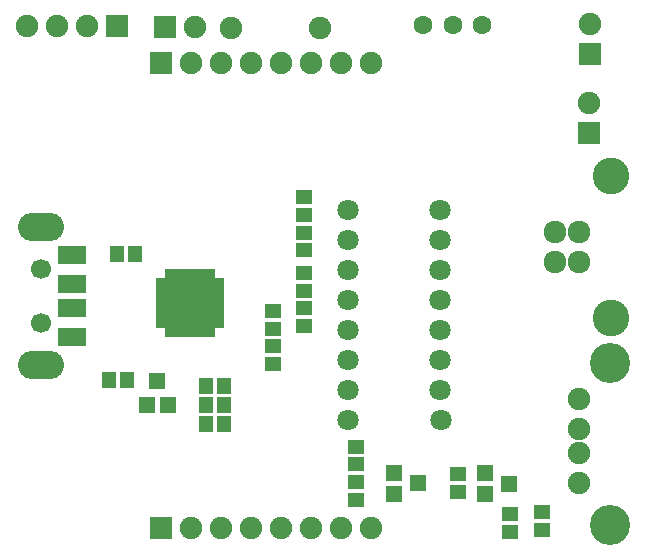
<source format=gbr>
G04 #@! TF.FileFunction,Soldermask,Top*
%FSLAX46Y46*%
G04 Gerber Fmt 4.6, Leading zero omitted, Abs format (unit mm)*
G04 Created by KiCad (PCBNEW 4.0.2-stable) date 29/05/2019 20:06:32*
%MOMM*%
G01*
G04 APERTURE LIST*
%ADD10C,0.100000*%
%ADD11R,1.289000X1.416000*%
%ADD12R,1.416000X1.289000*%
%ADD13R,1.100000X0.650000*%
%ADD14R,0.650000X1.100000*%
%ADD15R,2.125000X2.125000*%
%ADD16R,1.314400X1.314400*%
%ADD17R,1.400000X1.300000*%
%ADD18C,1.600000*%
%ADD19R,1.924000X1.924000*%
%ADD20O,1.900000X1.900000*%
%ADD21R,1.900000X1.900000*%
%ADD22C,1.900000*%
%ADD23R,2.400000X1.600000*%
%ADD24C,1.700000*%
%ADD25O,3.900000X2.400000*%
%ADD26C,1.920000*%
%ADD27C,3.100000*%
%ADD28C,3.400000*%
%ADD29C,1.800000*%
G04 APERTURE END LIST*
D10*
D11*
X151662000Y-84700000D03*
X150138000Y-84700000D03*
X158338000Y-86800000D03*
X159862000Y-86800000D03*
X158338000Y-85200000D03*
X159862000Y-85200000D03*
X152312000Y-74050000D03*
X150788000Y-74050000D03*
D12*
X164000000Y-80362000D03*
X164000000Y-78838000D03*
D11*
X158338000Y-88400000D03*
X159862000Y-88400000D03*
D12*
X164000000Y-81838000D03*
X164000000Y-83362000D03*
X186800000Y-95863000D03*
X186800000Y-97387000D03*
D13*
X159400000Y-79950000D03*
X159400000Y-79450000D03*
X159400000Y-78950000D03*
X159400000Y-78450000D03*
X159400000Y-77950000D03*
X159400000Y-77450000D03*
X159400000Y-76950000D03*
X159400000Y-76450000D03*
D14*
X158750000Y-75800000D03*
X158250000Y-75800000D03*
X157750000Y-75800000D03*
X157250000Y-75800000D03*
X156750000Y-75800000D03*
X156250000Y-75800000D03*
X155750000Y-75800000D03*
X155250000Y-75800000D03*
D13*
X154600000Y-76450000D03*
X154600000Y-76950000D03*
X154600000Y-77450000D03*
X154600000Y-77950000D03*
X154600000Y-78450000D03*
X154600000Y-78950000D03*
X154600000Y-79450000D03*
X154600000Y-79950000D03*
D14*
X155250000Y-80600000D03*
X155750000Y-80600000D03*
X156250000Y-80600000D03*
X156750000Y-80600000D03*
X157250000Y-80600000D03*
X157750000Y-80600000D03*
X158250000Y-80600000D03*
X158750000Y-80600000D03*
D15*
X156137500Y-77337500D03*
X156137500Y-79062500D03*
X157862500Y-77337500D03*
X157862500Y-79062500D03*
D16*
X174234000Y-94339000D03*
X174234000Y-92561000D03*
X176266000Y-93450000D03*
X181984000Y-94389000D03*
X181984000Y-92611000D03*
X184016000Y-93500000D03*
D17*
X166650000Y-75650000D03*
X166650000Y-77150000D03*
X166650000Y-78650000D03*
X166650000Y-80150000D03*
X166650000Y-69250000D03*
X166650000Y-70750000D03*
X166650000Y-72250000D03*
X166650000Y-73750000D03*
X171025000Y-91850000D03*
X171025000Y-90350000D03*
X184075000Y-96050000D03*
X184075000Y-97550000D03*
X171025000Y-94850000D03*
X171025000Y-93350000D03*
X179650000Y-92700000D03*
X179650000Y-94200000D03*
D18*
X176725000Y-54700000D03*
X179225000Y-54700000D03*
X181725000Y-54700000D03*
D16*
X155089000Y-86816000D03*
X153311000Y-86816000D03*
X154200000Y-84784000D03*
D19*
X154575001Y-57865000D03*
D20*
X157115001Y-57865000D03*
X159655001Y-57865000D03*
X162195001Y-57865000D03*
X164735001Y-57865000D03*
X167275001Y-57865000D03*
X169815001Y-57865000D03*
X172355001Y-57865000D03*
D21*
X154575001Y-97235000D03*
D22*
X157115001Y-97235000D03*
X159655001Y-97235000D03*
X162195001Y-97235000D03*
X164735001Y-97235000D03*
X167275001Y-97235000D03*
X169815001Y-97235000D03*
X172355001Y-97235000D03*
D21*
X150775000Y-54775000D03*
D22*
X148235000Y-54775000D03*
X145695000Y-54775000D03*
X143155000Y-54775000D03*
D23*
X147000000Y-81100000D03*
X147000000Y-78600000D03*
X147000000Y-76600000D03*
X147000000Y-74100000D03*
D24*
X144400000Y-79850000D03*
X144400000Y-75350000D03*
D25*
X144400000Y-71750000D03*
X144400000Y-83450000D03*
D26*
X187900000Y-74740000D03*
X187900000Y-72200000D03*
X189900000Y-72200000D03*
X189900000Y-74740000D03*
D27*
X192600000Y-79470000D03*
X192600000Y-67470000D03*
D22*
X189900000Y-86290000D03*
X189900000Y-88830000D03*
X189900000Y-90860000D03*
X189900000Y-93400000D03*
D28*
X192570000Y-83240000D03*
X192570000Y-96960000D03*
D21*
X154900000Y-54800000D03*
D22*
X157440000Y-54800000D03*
D21*
X190800000Y-63775000D03*
D22*
X190800000Y-61235000D03*
D21*
X190875000Y-57125000D03*
D22*
X190875000Y-54585000D03*
D29*
X170388400Y-70310000D03*
X170388400Y-72850000D03*
X170388400Y-75390000D03*
X170388400Y-77930000D03*
X170388400Y-80470000D03*
X170388400Y-83010000D03*
X170388400Y-85550000D03*
X170388400Y-88090000D03*
X178211600Y-88090000D03*
X178186200Y-85550000D03*
X178186200Y-83010000D03*
X178186200Y-80470000D03*
X178186200Y-77930000D03*
X178186200Y-75390000D03*
X178186200Y-72850000D03*
X178186200Y-70310000D03*
D22*
X168000000Y-54900000D03*
X160500000Y-54900000D03*
M02*

</source>
